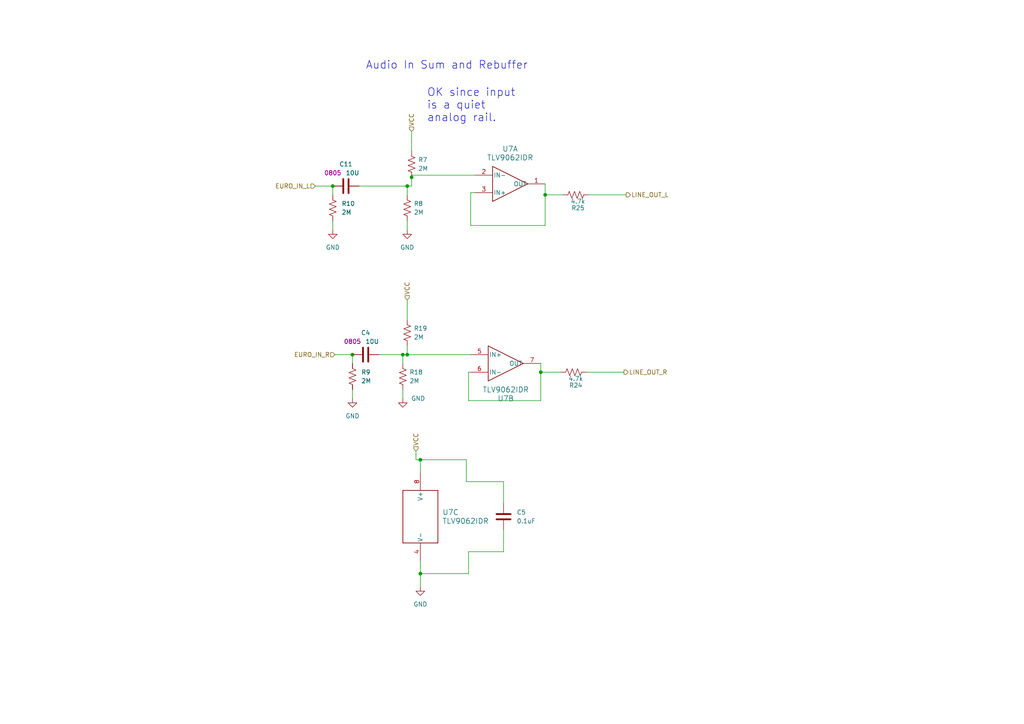
<source format=kicad_sch>
(kicad_sch (version 20230121) (generator eeschema)
  (paper "A4")
  (lib_symbols
    (symbol "2023-10-05_02-35-21:TLV9062IDR" (pin_names (offset 0.254))
      (property "Reference" "U" (at 0 2.54 0))
      (property "Value" "TLV9062IDR" (at 0 0 0))
      (symbol "TLV9062IDR_1_1"
        (polyline (pts (xy -5.08 -5.08) (xy 5.08 0)) (stroke (width 0.2032)))
        (polyline (pts (xy -5.08 5.08) (xy -5.08 -5.08)) (stroke (width 0.2032)))
        (polyline (pts (xy -5.08 5.08) (xy 5.08 0)) (stroke (width 0.2032)))
        (pin output line (at 10.16 0 180) (length 5.08) (name "OUT") (number "1"))
        (pin input line (at -10.16 2.54 0) (length 5.08) (name "IN-") (number "2"))
        (pin input line (at -10.16 -2.54 0) (length 5.08) (name "IN+") (number "3"))
      )
      (symbol "TLV9062IDR_2_1"
        (polyline (pts (xy -5.08 -5.08) (xy 5.08 0)) (stroke (width 0.2032)))
        (polyline (pts (xy -5.08 5.08) (xy -5.08 -5.08)) (stroke (width 0.2032)))
        (polyline (pts (xy -5.08 5.08) (xy 5.08 0)) (stroke (width 0.2032)))
        (polyline (pts (xy -4.064 -2.54) (xy -2.54 -2.54)) (stroke (width 0.2032)))
        (polyline (pts (xy -4.064 2.54) (xy -2.54 2.54)) (stroke (width 0.2032)))
        (polyline (pts (xy -3.302 -1.778) (xy -3.302 -3.302)) (stroke (width 0.2032)))
        (pin input line (at -10.16 -2.54 0) (length 5.08) (name "IN+") (number "5"))
        (pin input line (at -10.16 2.54 0) (length 5.08) (name "IN-") (number "6"))
        (pin output line (at 10.16 0 180) (length 5.08) (name "OUT") (number "7"))
      )
      (symbol "TLV9062IDR_3_1"
        (polyline (pts (xy -7.62 -5.08) (xy 7.62 -5.08)) (stroke (width 0.2032)))
        (polyline (pts (xy -7.62 5.08) (xy -7.62 -5.08)) (stroke (width 0.2032)))
        (polyline (pts (xy 7.62 -5.08) (xy 7.62 5.08)) (stroke (width 0.2032)))
        (polyline (pts (xy 7.62 5.08) (xy -7.62 5.08)) (stroke (width 0.2032)))
        (pin power_in line (at 12.7 0 180) (length 5.08) (name "V-") (number "4"))
        (pin power_in line (at -12.7 0 0) (length 5.08) (name "V+") (number "8"))
      )
    )
    (symbol "Device:C" (pin_numbers hide) (pin_names (offset 0.254))
      (property "Reference" "C" (at 0.635 2.54 0))
      (property "Value" "C" (at 0.635 -2.54 0))
      (symbol "C_0_1"
        (polyline (pts (xy -2.032 -0.762) (xy 2.032 -0.762)) (stroke (width 0.508)))
        (polyline (pts (xy -2.032 0.762) (xy 2.032 0.762)) (stroke (width 0.508)))
      )
      (symbol "C_1_1"
        (pin passive line (at 0 3.81 270) (length 2.794) (name "~") (number "1"))
        (pin passive line (at 0 -3.81 90) (length 2.794) (name "~") (number "2"))
      )
    )
    (symbol "Device:R_US" (pin_numbers hide) (pin_names (offset 0))
      (property "Reference" "R" (at 2.54 0 90))
      (property "Value" "R_US" (at -2.54 0 90))
      (symbol "R_US_0_1"
        (polyline (pts (xy 0 -2.286) (xy 0 -2.54)))
        (polyline (pts (xy 0 2.286) (xy 0 2.54)))
        (polyline (pts (xy 0 -0.762) (xy 1.016 -1.143) (xy 0 -1.524) (xy -1.016 -1.905) (xy 0 -2.286)))
        (polyline (pts (xy 0 0.762) (xy 1.016 0.381) (xy 0 0) (xy -1.016 -0.381) (xy 0 -0.762)))
        (polyline (pts (xy 0 2.286) (xy 1.016 1.905) (xy 0 1.524) (xy -1.016 1.143) (xy 0 0.762)))
      )
      (symbol "R_US_1_1"
        (pin passive line (at 0 3.81 270) (length 1.27) (name "~") (number "1"))
        (pin passive line (at 0 -3.81 90) (length 1.27) (name "~") (number "2"))
      )
    )
    (symbol "TLV9062IDR_1" (pin_names (offset 0.254))
      (property "Reference" "U" (at 0 2.54 0))
      (property "Value" "TLV9062IDR" (at 0 0 0))
      (symbol "TLV9062IDR_1_1_1"
        (polyline (pts (xy -5.08 -5.08) (xy 5.08 0)) (stroke (width 0.2032)))
        (polyline (pts (xy -5.08 5.08) (xy -5.08 -5.08)) (stroke (width 0.2032)))
        (polyline (pts (xy -5.08 5.08) (xy 5.08 0)) (stroke (width 0.2032)))
        (pin output line (at 10.16 0 180) (length 5.08) (name "OUT") (number "1"))
        (pin input line (at -10.16 2.54 0) (length 5.08) (name "IN-") (number "2"))
        (pin input line (at -10.16 -2.54 0) (length 5.08) (name "IN+") (number "3"))
      )
      (symbol "TLV9062IDR_1_2_1"
        (polyline (pts (xy -5.08 -5.08) (xy 5.08 0)) (stroke (width 0.2032)))
        (polyline (pts (xy -5.08 5.08) (xy -5.08 -5.08)) (stroke (width 0.2032)))
        (polyline (pts (xy -5.08 5.08) (xy 5.08 0)) (stroke (width 0.2032)))
        (pin input line (at -10.16 -2.54 0) (length 5.08) (name "IN+") (number "5"))
        (pin input line (at -10.16 2.54 0) (length 5.08) (name "IN-") (number "6"))
        (pin output line (at 10.16 0 180) (length 5.08) (name "OUT") (number "7"))
      )
      (symbol "TLV9062IDR_1_3_1"
        (polyline (pts (xy -7.62 -5.08) (xy 7.62 -5.08)) (stroke (width 0.2032)))
        (polyline (pts (xy -7.62 5.08) (xy -7.62 -5.08)) (stroke (width 0.2032)))
        (polyline (pts (xy 7.62 -5.08) (xy 7.62 5.08)) (stroke (width 0.2032)))
        (polyline (pts (xy 7.62 5.08) (xy -7.62 5.08)) (stroke (width 0.2032)))
        (pin power_in line (at 12.7 0 180) (length 5.08) (name "V-") (number "4"))
        (pin power_in line (at -12.7 0 0) (length 5.08) (name "V+") (number "8"))
      )
    )
    (symbol "power:GND" (power) (pin_names (offset 0))
      (property "Value" "GND" (at 0 -3.81 0))
      (symbol "GND_0_1"
        (polyline (pts (xy 0 0) (xy 0 -1.27) (xy 1.27 -1.27) (xy 0 -2.54) (xy -1.27 -1.27) (xy 0 -1.27)))
      )
      (symbol "GND_1_1"
        (pin power_in line (at 0 0 270) (length 0) hide (name "GND") (number "1"))
      )
    )
  )
  (junction (at 118.11 53.975))
  (junction (at 121.92 133.35))
  (junction (at 158.115 56.515))
  (junction (at 119.38 51.435))
  (junction (at 156.845 107.95))
  (junction (at 118.11 102.87))
  (junction (at 121.92 166.37))
  (junction (at 102.235 102.87))
  (junction (at 116.84 102.87))
  (junction (at 96.52 53.975))
  (wire (pts (xy 119.38 51.435) (xy 119.38 53.975)))
  (wire (pts (xy 120.65 130.81) (xy 120.65 133.35)))
  (wire (pts (xy 135.255 139.7) (xy 135.255 133.35)))
  (wire (pts (xy 156.845 107.95) (xy 156.845 116.205)))
  (wire (pts (xy 119.38 50.8) (xy 137.795 50.8)))
  (wire (pts (xy 135.89 116.205) (xy 135.89 107.95)))
  (wire (pts (xy 102.235 115.57) (xy 102.235 113.03)))
  (wire (pts (xy 118.11 102.87) (xy 136.525 102.87)))
  (wire (pts (xy 119.38 38.1) (xy 119.38 43.815)))
  (wire (pts (xy 136.525 55.88) (xy 137.795 55.88)))
  (wire (pts (xy 158.115 65.405) (xy 136.525 65.405)))
  (wire (pts (xy 135.89 160.02) (xy 146.05 160.02)))
  (wire (pts (xy 97.155 102.87) (xy 102.235 102.87)))
  (wire (pts (xy 156.845 107.95) (xy 162.56 107.95)))
  (wire (pts (xy 135.89 107.95) (xy 136.525 107.95)))
  (wire (pts (xy 91.44 53.975) (xy 96.52 53.975)))
  (wire (pts (xy 156.845 116.205) (xy 135.89 116.205)))
  (wire (pts (xy 158.115 56.515) (xy 158.115 65.405)))
  (wire (pts (xy 116.84 102.87) (xy 116.84 105.41)))
  (wire (pts (xy 170.815 56.515) (xy 181.61 56.515)))
  (wire (pts (xy 135.255 139.7) (xy 146.05 139.7)))
  (wire (pts (xy 118.11 53.975) (xy 118.11 56.515)))
  (wire (pts (xy 116.84 115.57) (xy 116.84 113.03)))
  (wire (pts (xy 146.05 139.7) (xy 146.05 146.05)))
  (wire (pts (xy 119.38 50.8) (xy 119.38 51.435)))
  (wire (pts (xy 158.115 56.515) (xy 163.195 56.515)))
  (wire (pts (xy 121.92 166.37) (xy 121.92 162.56)))
  (wire (pts (xy 116.84 102.87) (xy 118.11 102.87)))
  (wire (pts (xy 102.235 102.87) (xy 102.235 105.41)))
  (wire (pts (xy 135.89 160.02) (xy 135.89 166.37)))
  (wire (pts (xy 120.65 133.35) (xy 121.92 133.35)))
  (wire (pts (xy 146.05 160.02) (xy 146.05 153.67)))
  (wire (pts (xy 135.255 133.35) (xy 121.92 133.35)))
  (wire (pts (xy 156.845 105.41) (xy 156.845 107.95)))
  (wire (pts (xy 158.115 53.34) (xy 158.115 56.515)))
  (wire (pts (xy 118.11 66.675) (xy 118.11 64.135)))
  (wire (pts (xy 104.14 53.975) (xy 118.11 53.975)))
  (wire (pts (xy 118.11 53.975) (xy 119.38 53.975)))
  (wire (pts (xy 121.92 133.35) (xy 121.92 137.16)))
  (wire (pts (xy 121.92 170.18) (xy 121.92 166.37)))
  (wire (pts (xy 118.11 86.995) (xy 118.11 92.71)))
  (wire (pts (xy 135.89 166.37) (xy 121.92 166.37)))
  (wire (pts (xy 136.525 65.405) (xy 136.525 55.88)))
  (wire (pts (xy 96.52 53.975) (xy 96.52 56.515)))
  (wire (pts (xy 118.11 100.33) (xy 118.11 102.87)))
  (wire (pts (xy 170.18 107.95) (xy 180.975 107.95)))
  (wire (pts (xy 96.52 66.675) (xy 96.52 64.135)))
  (wire (pts (xy 109.855 102.87) (xy 116.84 102.87)))
  (text "Audio In Sum and Rebuffer" (at 106.045 20.32 0) (effects (font (size 2.27 2.27)) (justify left bottom)))
  (text "OK since input\nis a quiet\nanalog rail." (at 123.825 35.56 0) (effects (font (size 2.27 2.27)) (justify left bottom)))
  (hierarchical_label "VCC" (shape input) (at 119.38 38.1 90))
  (hierarchical_label "EURO_IN_R" (shape input) (at 97.155 102.87 180))
  (hierarchical_label "LINE_OUT_L" (shape output) (at 181.61 56.515 0))
  (hierarchical_label "LINE_OUT_R" (shape output) (at 180.975 107.95 0))
  (hierarchical_label "EURO_IN_L" (shape input) (at 91.44 53.975 180))
  (hierarchical_label "VCC" (shape input) (at 120.65 130.81 90))
  (hierarchical_label "VCC" (shape input) (at 118.11 86.995 90))
  (symbol (lib_id "power:GND") (at 121.92 170.18 0) (unit 1)
    (property "Reference" "#PWR012" (effects hide))
    (property "Value" "GND" (at 121.92 175.26 0))
    (instances (project "DaisySeedBreakout" (path "" (reference "#PWR012") (unit 1)) (path "" (reference "#PWR028") (unit 1))) (project "DaisySeedAccessories" (path "" (reference "#PWR020") (unit 1))))
  )
  (symbol (lib_id "Device:C") (at 146.05 149.86 0) (unit 1)
    (property "Reference" "C5" (at 149.86 148.59 0) (effects (justify left)))
    (property "Value" "0.1uF" (at 149.86 151.13 0) (effects (justify left)))
    (property "Footprint" "Capacitor_SMD:C_0402_1005Metric" (effects hide))
    (instances (project "DaisySeedBreakout" (path "" (reference "C5") (unit 1)) (path "" (reference "C14") (unit 1))) (project "DaisySeedAccessories" (path "" (reference "C16") (unit 1))))
  )
  (symbol (lib_id "2023-10-05_02-35-21:TLV9062IDR") (at 147.955 53.34 0) (unit 1)
    (property "Reference" "U7" (at 147.955 43.18 0) (effects (font (size 1.524 1.524))))
    (property "Value" "TLV9062IDR" (at 147.955 45.72 0) (effects (font (size 1.524 1.524))))
    (property "Footprint" "D0008A_N" (effects hide))
    (property "Datasheet" "TLV9062IDR" (effects hide))
    (instances (project "DaisySeedBreakout" (path "" (reference "U7") (unit 1))) (project "DaisySeedAccessories" (path "" (reference "U3") (unit 1))))
  )
  (symbol (lib_id "power:GND") (at 118.11 66.675 0) (unit 1)
    (property "Reference" "#PWR09" (effects hide))
    (property "Value" "GND" (at 118.11 71.755 0))
    (instances (project "DaisySeedBreakout" (path "" (reference "#PWR09") (unit 1)) (path "" (reference "#PWR027") (unit 1))) (project "DaisySeedAccessories" (path "" (reference "#PWR022") (unit 1))))
  )
  (symbol (lib_id "power:GND") (at 116.84 115.57 0) (unit 1)
    (property "Reference" "#PWR011" (effects hide))
    (property "Value" "GND" (at 121.285 115.57 0))
    (instances (project "DaisySeedBreakout" (path "" (reference "#PWR011") (unit 1)) (path "" (reference "#PWR026") (unit 1))) (project "DaisySeedAccessories" (path "" (reference "#PWR021") (unit 1))))
  )
  (symbol (lib_id "Device:R_US") (at 96.52 60.325 0) (unit 1)
    (property "Reference" "R10" (at 99.06 59.055 0) (effects (justify left)))
    (property "Value" "2M" (at 99.06 61.595 0) (effects (justify left)))
    (property "Footprint" "Resistor_SMD:R_0402_1005Metric" (effects hide))
    (instances (project "DaisySeedBreakout" (path "" (reference "R10") (unit 1)) (path "" (reference "R21") (unit 1))) (project "DaisySeedAccessories" (path "" (reference "R17") (unit 1))))
  )
  (symbol (lib_id "2023-10-05_02-35-21:TLV9062IDR") (at 121.92 149.86 270) (unit 3)
    (property "Reference" "U7" (at 128.27 148.59 90) (effects (font (size 1.524 1.524)) (justify left)))
    (property "Value" "TLV9062IDR" (at 128.27 151.13 90) (effects (font (size 1.524 1.524)) (justify left)))
    (property "Footprint" "D0008A_N" (effects hide))
    (property "Datasheet" "TLV9062IDR" (effects hide))
    (instances (project "DaisySeedBreakout" (path "" (reference "U7") (unit 3))) (project "DaisySeedAccessories" (path "" (reference "U3") (unit 3))))
  )
  (symbol (lib_id "Device:C") (at 100.33 53.975 90) (unit 1)
    (property "Reference" "C11" (at 100.33 47.625 90))
    (property "Value" "10U" (at 102.235 50.165 90))
    (property "Footprint" "Capacitor_SMD:C_0805_2012Metric" (effects hide))
    (property "Specs" "0805" (at 96.52 50.165 90))
    (instances (project "DaisySeedBreakout" (path "" (reference "C11") (unit 1)) (path "" (reference "C13") (unit 1))) (project "DaisySeedAccessories" (path "" (reference "C13") (unit 1))))
  )
  (symbol (lib_id "Device:R_US") (at 166.37 107.95 270) (unit 1)
    (property "Reference" "R24" (at 167.005 111.76 90))
    (property "Value" "4.7k" (at 167.005 109.855 90))
    (property "Footprint" "Resistor_SMD:R_0402_1005Metric" (effects hide))
    (property "Specks" "0402" (effects hide))
    (instances (project "DaisySeedBreakout" (path "" (reference "R24") (unit 1)) (path "" (reference "R32") (unit 1))) (project "DaisySeedAccessories" (path "" (reference "R23") (unit 1))))
  )
  (symbol (lib_id "Device:C") (at 106.045 102.87 90) (unit 1)
    (property "Reference" "C4" (at 106.045 96.52 90))
    (property "Value" "10U" (at 107.95 99.06 90))
    (property "Footprint" "Capacitor_SMD:C_0805_2012Metric" (effects hide))
    (property "Specs" "0805" (at 102.235 99.06 90))
    (instances (project "DaisySeedBreakout" (path "" (reference "C4") (unit 1)) (path "" (reference "C12") (unit 1))) (project "DaisySeedAccessories" (path "" (reference "C15") (unit 1))))
  )
  (symbol (lib_id "Device:R_US") (at 102.235 109.22 0) (unit 1)
    (property "Reference" "R9" (at 104.775 107.95 0) (effects (justify left)))
    (property "Value" "2M" (at 104.775 110.49 0) (effects (justify left)))
    (property "Footprint" "Resistor_SMD:R_0402_1005Metric" (effects hide))
    (instances (project "DaisySeedBreakout" (path "" (reference "R9") (unit 1)) (path "" (reference "R5") (unit 1))) (project "DaisySeedAccessories" (path "" (reference "R18") (unit 1))))
  )
  (symbol (lib_id "power:GND") (at 96.52 66.675 0) (unit 1)
    (property "Reference" "#PWR08" (effects hide))
    (property "Value" "GND" (at 96.52 71.755 0))
    (instances (project "DaisySeedBreakout" (path "" (reference "#PWR08") (unit 1)) (path "" (reference "#PWR025") (unit 1))) (project "DaisySeedAccessories" (path "" (reference "#PWR018") (unit 1))))
  )
  (symbol (lib_id "Device:R_US") (at 116.84 109.22 0) (unit 1)
    (property "Reference" "R18" (at 118.745 107.95 0) (effects (justify left)))
    (property "Value" "2M" (at 118.745 110.49 0) (effects (justify left)))
    (property "Footprint" "Resistor_SMD:R_0402_1005Metric" (effects hide))
    (instances (project "DaisySeedBreakout" (path "" (reference "R18") (unit 1)) (path "" (reference "R22") (unit 1))) (project "DaisySeedAccessories" (path "" (reference "R19") (unit 1))))
  )
  (symbol (lib_id "power:GND") (at 102.235 115.57 0) (unit 1)
    (property "Reference" "#PWR010" (effects hide))
    (property "Value" "GND" (at 102.235 120.65 0))
    (instances (project "DaisySeedBreakout" (path "" (reference "#PWR010") (unit 1)) (path "" (reference "#PWR02") (unit 1))) (project "DaisySeedAccessories" (path "" (reference "#PWR019") (unit 1))))
  )
  (symbol (lib_id "Device:R_US") (at 119.38 47.625 0) (unit 1)
    (property "Reference" "R7" (at 121.285 46.355 0) (effects (justify left)))
    (property "Value" "2M" (at 121.285 48.895 0) (effects (justify left)))
    (property "Footprint" "Resistor_SMD:R_0402_1005Metric" (effects hide))
    (instances (project "DaisySeedBreakout" (path "" (reference "R7") (unit 1)) (path "" (reference "R31") (unit 1))) (project "DaisySeedAccessories" (path "" (reference "R22") (unit 1))))
  )
  (symbol (lib_id "Device:R_US") (at 167.005 56.515 270) (unit 1)
    (property "Reference" "R25" (at 167.64 60.325 90))
    (property "Value" "4.7k" (at 167.64 58.42 90))
    (property "Footprint" "Resistor_SMD:R_0402_1005Metric" (effects hide))
    (property "Specks" "0402" (effects hide))
    (instances (project "DaisySeedBreakout" (path "" (reference "R25") (unit 1)) (path "" (reference "R33") (unit 1))) (project "DaisySeedAccessories" (path "" (reference "R24") (unit 1))))
  )
  (symbol (lib_id "Device:R_US") (at 118.11 60.325 0) (unit 1)
    (property "Reference" "R8" (at 120.015 59.055 0) (effects (justify left)))
    (property "Value" "2M" (at 120.015 61.595 0) (effects (justify left)))
    (property "Footprint" "Resistor_SMD:R_0402_1005Metric" (effects hide))
    (instances (project "DaisySeedBreakout" (path "" (reference "R8") (unit 1)) (path "" (reference "R23") (unit 1))) (project "DaisySeedAccessories" (path "" (reference "R20") (unit 1))))
  )
  (symbol (lib_id "Device:R_US") (at 118.11 96.52 0) (unit 1)
    (property "Reference" "R19" (at 120.015 95.25 0) (effects (justify left)))
    (property "Value" "2M" (at 120.015 97.79 0) (effects (justify left)))
    (property "Footprint" "Resistor_SMD:R_0402_1005Metric" (effects hide))
    (instances (project "DaisySeedBreakout" (path "" (reference "R19") (unit 1)) (path "" (reference "R30") (unit 1))) (project "DaisySeedAccessories" (path "" (reference "R21") (unit 1))))
  )
  (symbol (lib_name "TLV9062IDR_1") (lib_id "2023-10-05_02-35-21:TLV9062IDR") (at 146.685 105.41 0) (mirror x) (unit 2)
    (property "Reference" "U7" (at 146.685 115.57 0) (effects (font (size 1.524 1.524))))
    (property "Value" "TLV9062IDR" (at 146.685 113.03 0) (effects (font (size 1.524 1.524))))
    (property "Footprint" "D0008A_N" (effects hide))
    (property "Datasheet" "TLV9062IDR" (effects hide))
    (instances (project "DaisySeedBreakout" (path "" (reference "U7") (unit 2))) (project "DaisySeedAccessories" (path "" (reference "U3") (unit 2))))
  )
)
</source>
